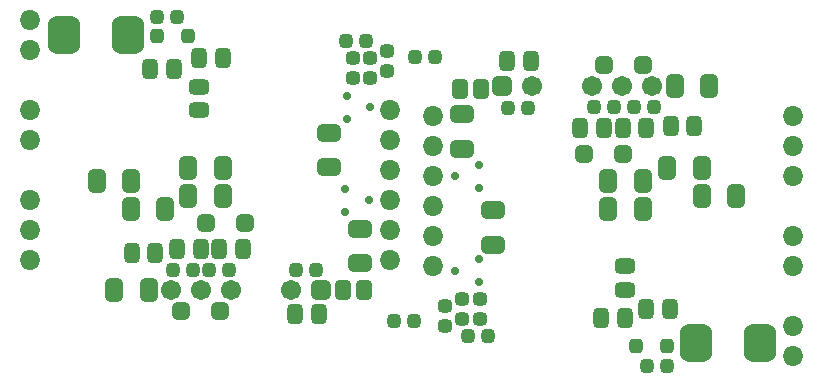
<source format=gbs>
G04*
G04 #@! TF.GenerationSoftware,Altium Limited,Altium Designer,19.1.7 (138)*
G04*
G04 Layer_Color=16711935*
%FSLAX44Y44*%
%MOMM*%
G71*
G01*
G75*
G04:AMPARAMS|DCode=25|XSize=1.2032mm|YSize=1.1032mm|CornerRadius=0.3266mm|HoleSize=0mm|Usage=FLASHONLY|Rotation=90.000|XOffset=0mm|YOffset=0mm|HoleType=Round|Shape=RoundedRectangle|*
%AMROUNDEDRECTD25*
21,1,1.2032,0.4500,0,0,90.0*
21,1,0.5500,1.1032,0,0,90.0*
1,1,0.6532,0.2250,0.2750*
1,1,0.6532,0.2250,-0.2750*
1,1,0.6532,-0.2250,-0.2750*
1,1,0.6532,-0.2250,0.2750*
%
%ADD25ROUNDEDRECTD25*%
G04:AMPARAMS|DCode=26|XSize=1.2032mm|YSize=1.1032mm|CornerRadius=0.3266mm|HoleSize=0mm|Usage=FLASHONLY|Rotation=0.000|XOffset=0mm|YOffset=0mm|HoleType=Round|Shape=RoundedRectangle|*
%AMROUNDEDRECTD26*
21,1,1.2032,0.4500,0,0,0.0*
21,1,0.5500,1.1032,0,0,0.0*
1,1,0.6532,0.2750,-0.2250*
1,1,0.6532,-0.2750,-0.2250*
1,1,0.6532,-0.2750,0.2250*
1,1,0.6532,0.2750,0.2250*
%
%ADD26ROUNDEDRECTD26*%
G04:AMPARAMS|DCode=29|XSize=1.2032mm|YSize=1.2032mm|CornerRadius=0.3516mm|HoleSize=0mm|Usage=FLASHONLY|Rotation=90.000|XOffset=0mm|YOffset=0mm|HoleType=Round|Shape=RoundedRectangle|*
%AMROUNDEDRECTD29*
21,1,1.2032,0.5000,0,0,90.0*
21,1,0.5000,1.2032,0,0,90.0*
1,1,0.7032,0.2500,0.2500*
1,1,0.7032,0.2500,-0.2500*
1,1,0.7032,-0.2500,-0.2500*
1,1,0.7032,-0.2500,0.2500*
%
%ADD29ROUNDEDRECTD29*%
G04:AMPARAMS|DCode=31|XSize=2.0032mm|YSize=1.5032mm|CornerRadius=0.4266mm|HoleSize=0mm|Usage=FLASHONLY|Rotation=270.000|XOffset=0mm|YOffset=0mm|HoleType=Round|Shape=RoundedRectangle|*
%AMROUNDEDRECTD31*
21,1,2.0032,0.6500,0,0,270.0*
21,1,1.1500,1.5032,0,0,270.0*
1,1,0.8532,-0.3250,-0.5750*
1,1,0.8532,-0.3250,0.5750*
1,1,0.8532,0.3250,0.5750*
1,1,0.8532,0.3250,-0.5750*
%
%ADD31ROUNDEDRECTD31*%
%ADD33O,1.7272X1.7032*%
%ADD34C,1.7112*%
G04:AMPARAMS|DCode=35|XSize=1.7112mm|YSize=1.7112mm|CornerRadius=0.4786mm|HoleSize=0mm|Usage=FLASHONLY|Rotation=0.000|XOffset=0mm|YOffset=0mm|HoleType=Round|Shape=RoundedRectangle|*
%AMROUNDEDRECTD35*
21,1,1.7112,0.7540,0,0,0.0*
21,1,0.7540,1.7112,0,0,0.0*
1,1,0.9572,0.3770,-0.3770*
1,1,0.9572,-0.3770,-0.3770*
1,1,0.9572,-0.3770,0.3770*
1,1,0.9572,0.3770,0.3770*
%
%ADD35ROUNDEDRECTD35*%
G04:AMPARAMS|DCode=48|XSize=0.6mm|YSize=0.7mm|CornerRadius=0.15mm|HoleSize=0mm|Usage=FLASHONLY|Rotation=270.000|XOffset=0mm|YOffset=0mm|HoleType=Round|Shape=RoundedRectangle|*
%AMROUNDEDRECTD48*
21,1,0.6000,0.4000,0,0,270.0*
21,1,0.3000,0.7000,0,0,270.0*
1,1,0.3000,-0.2000,-0.1500*
1,1,0.3000,-0.2000,0.1500*
1,1,0.3000,0.2000,0.1500*
1,1,0.3000,0.2000,-0.1500*
%
%ADD48ROUNDEDRECTD48*%
G04:AMPARAMS|DCode=56|XSize=1.4032mm|YSize=1.7032mm|CornerRadius=0.4016mm|HoleSize=0mm|Usage=FLASHONLY|Rotation=0.000|XOffset=0mm|YOffset=0mm|HoleType=Round|Shape=RoundedRectangle|*
%AMROUNDEDRECTD56*
21,1,1.4032,0.9000,0,0,0.0*
21,1,0.6000,1.7032,0,0,0.0*
1,1,0.8032,0.3000,-0.4500*
1,1,0.8032,-0.3000,-0.4500*
1,1,0.8032,-0.3000,0.4500*
1,1,0.8032,0.3000,0.4500*
%
%ADD56ROUNDEDRECTD56*%
G04:AMPARAMS|DCode=57|XSize=2.0032mm|YSize=1.5032mm|CornerRadius=0.4266mm|HoleSize=0mm|Usage=FLASHONLY|Rotation=0.000|XOffset=0mm|YOffset=0mm|HoleType=Round|Shape=RoundedRectangle|*
%AMROUNDEDRECTD57*
21,1,2.0032,0.6500,0,0,0.0*
21,1,1.1500,1.5032,0,0,0.0*
1,1,0.8532,0.5750,-0.3250*
1,1,0.8532,-0.5750,-0.3250*
1,1,0.8532,-0.5750,0.3250*
1,1,0.8532,0.5750,0.3250*
%
%ADD57ROUNDEDRECTD57*%
G04:AMPARAMS|DCode=58|XSize=1.7232mm|YSize=1.3032mm|CornerRadius=0.3766mm|HoleSize=0mm|Usage=FLASHONLY|Rotation=270.000|XOffset=0mm|YOffset=0mm|HoleType=Round|Shape=RoundedRectangle|*
%AMROUNDEDRECTD58*
21,1,1.7232,0.5500,0,0,270.0*
21,1,0.9700,1.3032,0,0,270.0*
1,1,0.7532,-0.2750,-0.4850*
1,1,0.7532,-0.2750,0.4850*
1,1,0.7532,0.2750,0.4850*
1,1,0.7532,0.2750,-0.4850*
%
%ADD58ROUNDEDRECTD58*%
G04:AMPARAMS|DCode=59|XSize=1.5032mm|YSize=1.5032mm|CornerRadius=0.4266mm|HoleSize=0mm|Usage=FLASHONLY|Rotation=180.000|XOffset=0mm|YOffset=0mm|HoleType=Round|Shape=RoundedRectangle|*
%AMROUNDEDRECTD59*
21,1,1.5032,0.6500,0,0,180.0*
21,1,0.6500,1.5032,0,0,180.0*
1,1,0.8532,-0.3250,0.3250*
1,1,0.8532,0.3250,0.3250*
1,1,0.8532,0.3250,-0.3250*
1,1,0.8532,-0.3250,-0.3250*
%
%ADD59ROUNDEDRECTD59*%
G04:AMPARAMS|DCode=60|XSize=2.7032mm|YSize=3.2032mm|CornerRadius=0.7266mm|HoleSize=0mm|Usage=FLASHONLY|Rotation=0.000|XOffset=0mm|YOffset=0mm|HoleType=Round|Shape=RoundedRectangle|*
%AMROUNDEDRECTD60*
21,1,2.7032,1.7500,0,0,0.0*
21,1,1.2500,3.2032,0,0,0.0*
1,1,1.4532,0.6250,-0.8750*
1,1,1.4532,-0.6250,-0.8750*
1,1,1.4532,-0.6250,0.8750*
1,1,1.4532,0.6250,0.8750*
%
%ADD60ROUNDEDRECTD60*%
G04:AMPARAMS|DCode=61|XSize=1.7232mm|YSize=1.3032mm|CornerRadius=0.3766mm|HoleSize=0mm|Usage=FLASHONLY|Rotation=180.000|XOffset=0mm|YOffset=0mm|HoleType=Round|Shape=RoundedRectangle|*
%AMROUNDEDRECTD61*
21,1,1.7232,0.5500,0,0,180.0*
21,1,0.9700,1.3032,0,0,180.0*
1,1,0.7532,-0.4850,0.2750*
1,1,0.7532,0.4850,0.2750*
1,1,0.7532,0.4850,-0.2750*
1,1,0.7532,-0.4850,-0.2750*
%
%ADD61ROUNDEDRECTD61*%
D25*
X287918Y345440D02*
D03*
X304918D02*
D03*
X245754Y151892D02*
D03*
X262754D02*
D03*
X158360D02*
D03*
X141360D02*
D03*
X172348Y152146D02*
D03*
X189348D02*
D03*
X363084Y332486D02*
D03*
X346084D02*
D03*
X144898Y366268D02*
D03*
X127898D02*
D03*
X542680Y70358D02*
D03*
X559680D02*
D03*
X514722Y289560D02*
D03*
X497722D02*
D03*
X408042Y96012D02*
D03*
X391042D02*
D03*
X442332Y289306D02*
D03*
X425332D02*
D03*
X548758Y289560D02*
D03*
X531758D02*
D03*
X345304Y108712D02*
D03*
X328304D02*
D03*
D26*
X323088Y320684D02*
D03*
Y337684D02*
D03*
X308610Y314334D02*
D03*
Y331334D02*
D03*
X293878Y314334D02*
D03*
Y331334D02*
D03*
X386334Y127626D02*
D03*
Y110626D02*
D03*
X401066D02*
D03*
Y127626D02*
D03*
X371856Y121530D02*
D03*
Y104530D02*
D03*
D29*
X533358Y87630D02*
D03*
X559858D02*
D03*
X154220Y349758D02*
D03*
X127720D02*
D03*
D31*
X91927Y134619D02*
D03*
X120927D02*
D03*
X135149Y203201D02*
D03*
X106149D02*
D03*
X154481Y214747D02*
D03*
X183481D02*
D03*
X154481Y238507D02*
D03*
X183481D02*
D03*
X566397Y307341D02*
D03*
X595397D02*
D03*
X618511Y214123D02*
D03*
X589511D02*
D03*
X539265Y227331D02*
D03*
X510265D02*
D03*
Y203455D02*
D03*
X539265D02*
D03*
X589049Y237997D02*
D03*
X560049D02*
D03*
X106195Y227075D02*
D03*
X77195D02*
D03*
D33*
X666750Y256540D02*
D03*
Y281940D02*
D03*
Y231140D02*
D03*
Y180340D02*
D03*
Y154940D02*
D03*
Y78740D02*
D03*
Y104140D02*
D03*
X20320Y337820D02*
D03*
Y363220D02*
D03*
Y287020D02*
D03*
Y261620D02*
D03*
Y210820D02*
D03*
Y185420D02*
D03*
Y160020D02*
D03*
X325120Y185420D02*
D03*
Y261620D02*
D03*
Y210820D02*
D03*
Y236220D02*
D03*
X325120Y287020D02*
D03*
X325120Y160020D02*
D03*
X361950Y281940D02*
D03*
X361950Y180340D02*
D03*
Y154940D02*
D03*
Y231140D02*
D03*
Y205740D02*
D03*
Y256540D02*
D03*
D34*
X547370Y307340D02*
D03*
X521970D02*
D03*
X496570D02*
D03*
X445770D02*
D03*
X139700Y134620D02*
D03*
X165100D02*
D03*
X190500D02*
D03*
X241300D02*
D03*
D35*
X420370Y307340D02*
D03*
X266700Y134620D02*
D03*
D48*
X308704Y289560D02*
D03*
X288704Y280060D02*
D03*
Y299060D02*
D03*
X307180Y210820D02*
D03*
X287180Y220320D02*
D03*
Y201320D02*
D03*
X400652Y240640D02*
D03*
Y221640D02*
D03*
X380652Y231140D02*
D03*
X380398Y151384D02*
D03*
X400398Y141884D02*
D03*
Y160884D02*
D03*
D56*
X402196Y305308D02*
D03*
X384696D02*
D03*
X285890Y134874D02*
D03*
X303390D02*
D03*
D57*
X386333Y254741D02*
D03*
Y283741D02*
D03*
X273813Y267739D02*
D03*
Y238739D02*
D03*
X300227Y186965D02*
D03*
Y157965D02*
D03*
X412749Y173459D02*
D03*
Y202459D02*
D03*
D58*
X265016Y114808D02*
D03*
X245016D02*
D03*
X180754Y169672D02*
D03*
X200754D02*
D03*
X164940Y169418D02*
D03*
X144940D02*
D03*
X126586Y165862D02*
D03*
X106586D02*
D03*
X122334Y321818D02*
D03*
X142334D02*
D03*
X163482Y331724D02*
D03*
X183482D02*
D03*
X541942Y118872D02*
D03*
X561942D02*
D03*
X524096Y110998D02*
D03*
X504096D02*
D03*
X542384Y272288D02*
D03*
X522384D02*
D03*
X486570Y272034D02*
D03*
X506570D02*
D03*
X582857Y273558D02*
D03*
X562857D02*
D03*
X444340Y328422D02*
D03*
X424340D02*
D03*
D59*
X180942Y116840D02*
D03*
X148242D02*
D03*
X539336Y325374D02*
D03*
X506636D02*
D03*
X522318Y250444D02*
D03*
X489618D02*
D03*
X202278Y191770D02*
D03*
X169578D02*
D03*
D60*
X103200Y350520D02*
D03*
X49200D02*
D03*
X584378Y90170D02*
D03*
X638378D02*
D03*
D61*
X163576Y287180D02*
D03*
Y307180D02*
D03*
X524002Y155034D02*
D03*
Y135034D02*
D03*
M02*

</source>
